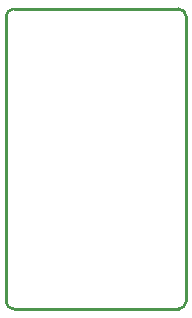
<source format=gbr>
G04 #@! TF.FileFunction,Profile,NP*
%FSLAX46Y46*%
G04 Gerber Fmt 4.6, Leading zero omitted, Abs format (unit mm)*
G04 Created by KiCad (PCBNEW (2015-08-15 BZR 6092)-product) date 1/14/2016 9:18:36 PM*
%MOMM*%
G01*
G04 APERTURE LIST*
%ADD10C,0.100000*%
%ADD11C,0.254000*%
G04 APERTURE END LIST*
D10*
D11*
X132715000Y-109220000D02*
X146685000Y-109220000D01*
X132080000Y-84455000D02*
X132080000Y-108585000D01*
X147320000Y-108585000D02*
X147320000Y-84455000D01*
X132715000Y-83820000D02*
X146685000Y-83820000D01*
X132080000Y-108585000D02*
G75*
G03X132715000Y-109220000I635000J0D01*
G01*
X146685000Y-109220000D02*
G75*
G03X147320000Y-108585000I0J635000D01*
G01*
X147320000Y-84455000D02*
G75*
G03X146685000Y-83820000I-635000J0D01*
G01*
X132715000Y-83820000D02*
G75*
G03X132080000Y-84455000I0J-635000D01*
G01*
M02*

</source>
